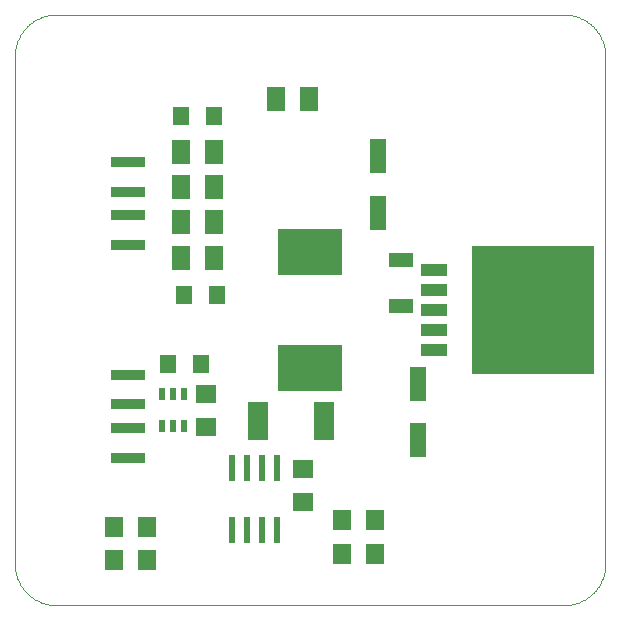
<source format=gtp>
G75*
%MOIN*%
%OFA0B0*%
%FSLAX25Y25*%
%IPPOS*%
%LPD*%
%AMOC8*
5,1,8,0,0,1.08239X$1,22.5*
%
%ADD10C,0.00000*%
%ADD11C,0.00004*%
%ADD12R,0.07087X0.06299*%
%ADD13R,0.05512X0.11811*%
%ADD14R,0.08268X0.05000*%
%ADD15R,0.40984X0.42520*%
%ADD16R,0.08500X0.04200*%
%ADD17R,0.21260X0.15748*%
%ADD18R,0.02000X0.04000*%
%ADD19R,0.11811X0.03543*%
%ADD20R,0.06299X0.07874*%
%ADD21R,0.05512X0.06299*%
%ADD22R,0.06299X0.07087*%
%ADD23R,0.07087X0.12598*%
%ADD24R,0.02400X0.08700*%
D10*
X0020490Y0014980D02*
X0020490Y0184271D01*
X0034270Y0198050D02*
X0203561Y0198050D01*
X0217341Y0184271D02*
X0217341Y0014980D01*
X0203561Y0001200D02*
X0034270Y0001200D01*
D11*
X0033937Y0001204D01*
X0033604Y0001216D01*
X0033272Y0001236D01*
X0032940Y0001264D01*
X0032609Y0001300D01*
X0032279Y0001345D01*
X0031950Y0001397D01*
X0031622Y0001457D01*
X0031296Y0001525D01*
X0030972Y0001600D01*
X0030650Y0001684D01*
X0030330Y0001775D01*
X0030012Y0001874D01*
X0029696Y0001981D01*
X0029384Y0002095D01*
X0029074Y0002217D01*
X0028767Y0002347D01*
X0028463Y0002483D01*
X0028163Y0002627D01*
X0027866Y0002778D01*
X0027573Y0002937D01*
X0027284Y0003102D01*
X0026999Y0003274D01*
X0026718Y0003453D01*
X0026442Y0003639D01*
X0026170Y0003832D01*
X0025903Y0004031D01*
X0025641Y0004236D01*
X0025384Y0004448D01*
X0025132Y0004666D01*
X0024886Y0004889D01*
X0024645Y0005119D01*
X0024409Y0005355D01*
X0024179Y0005596D01*
X0023956Y0005842D01*
X0023738Y0006094D01*
X0023526Y0006351D01*
X0023321Y0006613D01*
X0023122Y0006880D01*
X0022929Y0007152D01*
X0022743Y0007428D01*
X0022564Y0007709D01*
X0022392Y0007994D01*
X0022227Y0008283D01*
X0022068Y0008576D01*
X0021917Y0008873D01*
X0021773Y0009173D01*
X0021637Y0009477D01*
X0021507Y0009784D01*
X0021385Y0010094D01*
X0021271Y0010406D01*
X0021164Y0010722D01*
X0021065Y0011040D01*
X0020974Y0011360D01*
X0020890Y0011682D01*
X0020815Y0012006D01*
X0020747Y0012332D01*
X0020687Y0012660D01*
X0020635Y0012989D01*
X0020590Y0013319D01*
X0020554Y0013650D01*
X0020526Y0013982D01*
X0020506Y0014314D01*
X0020494Y0014647D01*
X0020490Y0014980D01*
X0203561Y0001200D02*
X0203894Y0001204D01*
X0204227Y0001216D01*
X0204559Y0001236D01*
X0204891Y0001264D01*
X0205222Y0001300D01*
X0205552Y0001345D01*
X0205881Y0001397D01*
X0206209Y0001457D01*
X0206535Y0001525D01*
X0206859Y0001600D01*
X0207181Y0001684D01*
X0207501Y0001775D01*
X0207819Y0001874D01*
X0208135Y0001981D01*
X0208447Y0002095D01*
X0208757Y0002217D01*
X0209064Y0002347D01*
X0209368Y0002483D01*
X0209668Y0002627D01*
X0209965Y0002778D01*
X0210258Y0002937D01*
X0210547Y0003102D01*
X0210832Y0003274D01*
X0211113Y0003453D01*
X0211389Y0003639D01*
X0211661Y0003832D01*
X0211928Y0004031D01*
X0212190Y0004236D01*
X0212447Y0004448D01*
X0212699Y0004666D01*
X0212945Y0004889D01*
X0213186Y0005119D01*
X0213422Y0005355D01*
X0213652Y0005596D01*
X0213875Y0005842D01*
X0214093Y0006094D01*
X0214305Y0006351D01*
X0214510Y0006613D01*
X0214709Y0006880D01*
X0214902Y0007152D01*
X0215088Y0007428D01*
X0215267Y0007709D01*
X0215439Y0007994D01*
X0215604Y0008283D01*
X0215763Y0008576D01*
X0215914Y0008873D01*
X0216058Y0009173D01*
X0216194Y0009477D01*
X0216324Y0009784D01*
X0216446Y0010094D01*
X0216560Y0010406D01*
X0216667Y0010722D01*
X0216766Y0011040D01*
X0216857Y0011360D01*
X0216941Y0011682D01*
X0217016Y0012006D01*
X0217084Y0012332D01*
X0217144Y0012660D01*
X0217196Y0012989D01*
X0217241Y0013319D01*
X0217277Y0013650D01*
X0217305Y0013982D01*
X0217325Y0014314D01*
X0217337Y0014647D01*
X0217341Y0014980D01*
X0217341Y0184271D02*
X0217337Y0184604D01*
X0217325Y0184937D01*
X0217305Y0185269D01*
X0217277Y0185601D01*
X0217241Y0185932D01*
X0217196Y0186262D01*
X0217144Y0186591D01*
X0217084Y0186919D01*
X0217016Y0187245D01*
X0216941Y0187569D01*
X0216857Y0187891D01*
X0216766Y0188211D01*
X0216667Y0188529D01*
X0216560Y0188845D01*
X0216446Y0189157D01*
X0216324Y0189467D01*
X0216194Y0189774D01*
X0216058Y0190078D01*
X0215914Y0190378D01*
X0215763Y0190675D01*
X0215604Y0190968D01*
X0215439Y0191257D01*
X0215267Y0191542D01*
X0215088Y0191823D01*
X0214902Y0192099D01*
X0214709Y0192371D01*
X0214510Y0192638D01*
X0214305Y0192900D01*
X0214093Y0193157D01*
X0213875Y0193409D01*
X0213652Y0193655D01*
X0213422Y0193896D01*
X0213186Y0194132D01*
X0212945Y0194362D01*
X0212699Y0194585D01*
X0212447Y0194803D01*
X0212190Y0195015D01*
X0211928Y0195220D01*
X0211661Y0195419D01*
X0211389Y0195612D01*
X0211113Y0195798D01*
X0210832Y0195977D01*
X0210547Y0196149D01*
X0210258Y0196314D01*
X0209965Y0196473D01*
X0209668Y0196624D01*
X0209368Y0196768D01*
X0209064Y0196904D01*
X0208757Y0197034D01*
X0208447Y0197156D01*
X0208135Y0197270D01*
X0207819Y0197377D01*
X0207501Y0197476D01*
X0207181Y0197567D01*
X0206859Y0197651D01*
X0206535Y0197726D01*
X0206209Y0197794D01*
X0205881Y0197854D01*
X0205552Y0197906D01*
X0205222Y0197951D01*
X0204891Y0197987D01*
X0204559Y0198015D01*
X0204227Y0198035D01*
X0203894Y0198047D01*
X0203561Y0198051D01*
X0034270Y0198051D02*
X0033937Y0198047D01*
X0033604Y0198035D01*
X0033272Y0198015D01*
X0032940Y0197987D01*
X0032609Y0197951D01*
X0032279Y0197906D01*
X0031950Y0197854D01*
X0031622Y0197794D01*
X0031296Y0197726D01*
X0030972Y0197651D01*
X0030650Y0197567D01*
X0030330Y0197476D01*
X0030012Y0197377D01*
X0029696Y0197270D01*
X0029384Y0197156D01*
X0029074Y0197034D01*
X0028767Y0196904D01*
X0028463Y0196768D01*
X0028163Y0196624D01*
X0027866Y0196473D01*
X0027573Y0196314D01*
X0027284Y0196149D01*
X0026999Y0195977D01*
X0026718Y0195798D01*
X0026442Y0195612D01*
X0026170Y0195419D01*
X0025903Y0195220D01*
X0025641Y0195015D01*
X0025384Y0194803D01*
X0025132Y0194585D01*
X0024886Y0194362D01*
X0024645Y0194132D01*
X0024409Y0193896D01*
X0024179Y0193655D01*
X0023956Y0193409D01*
X0023738Y0193157D01*
X0023526Y0192900D01*
X0023321Y0192638D01*
X0023122Y0192371D01*
X0022929Y0192099D01*
X0022743Y0191823D01*
X0022564Y0191542D01*
X0022392Y0191257D01*
X0022227Y0190968D01*
X0022068Y0190675D01*
X0021917Y0190378D01*
X0021773Y0190078D01*
X0021637Y0189774D01*
X0021507Y0189467D01*
X0021385Y0189157D01*
X0021271Y0188845D01*
X0021164Y0188529D01*
X0021065Y0188211D01*
X0020974Y0187891D01*
X0020890Y0187569D01*
X0020815Y0187245D01*
X0020747Y0186919D01*
X0020687Y0186591D01*
X0020635Y0186262D01*
X0020590Y0185932D01*
X0020554Y0185601D01*
X0020526Y0185269D01*
X0020506Y0184937D01*
X0020494Y0184604D01*
X0020490Y0184271D01*
D12*
X0084348Y0071485D03*
X0084348Y0060462D03*
X0116553Y0046476D03*
X0116553Y0035452D03*
D13*
X0154909Y0056111D03*
X0154909Y0075009D03*
X0141484Y0131919D03*
X0141484Y0150816D03*
D14*
X0149329Y0116387D03*
X0149329Y0100796D03*
D15*
X0193079Y0099625D03*
D16*
X0160279Y0099625D03*
X0160279Y0106325D03*
X0160279Y0113025D03*
X0160279Y0092925D03*
X0160279Y0086225D03*
D17*
X0118915Y0080334D03*
X0118915Y0118917D03*
D18*
X0076976Y0071476D03*
X0073236Y0071476D03*
X0069496Y0071476D03*
X0069476Y0060846D03*
X0073236Y0060846D03*
X0076976Y0060846D03*
D19*
X0058333Y0060255D03*
X0058333Y0068129D03*
X0058333Y0077972D03*
X0058333Y0050413D03*
X0058333Y0121279D03*
X0058333Y0131121D03*
X0058333Y0138995D03*
X0058333Y0148838D03*
D20*
X0075805Y0152352D03*
X0086829Y0152352D03*
X0086829Y0140639D03*
X0075805Y0140639D03*
X0075805Y0128926D03*
X0086829Y0128926D03*
X0086829Y0117076D03*
X0075805Y0117076D03*
X0107498Y0170098D03*
X0118522Y0170098D03*
D21*
X0086819Y0164340D03*
X0075795Y0164340D03*
X0076789Y0104743D03*
X0087813Y0104743D03*
X0082695Y0081515D03*
X0071671Y0081515D03*
D22*
X0129545Y0029546D03*
X0140569Y0029546D03*
X0140569Y0018129D03*
X0129545Y0018129D03*
X0064585Y0016161D03*
X0064585Y0027184D03*
X0053561Y0027184D03*
X0053561Y0016161D03*
D23*
X0101593Y0062617D03*
X0123640Y0062617D03*
D24*
X0107911Y0046933D03*
X0102911Y0046933D03*
X0097911Y0046933D03*
X0092911Y0046933D03*
X0092911Y0026333D03*
X0097911Y0026333D03*
X0102911Y0026333D03*
X0107911Y0026333D03*
M02*

</source>
